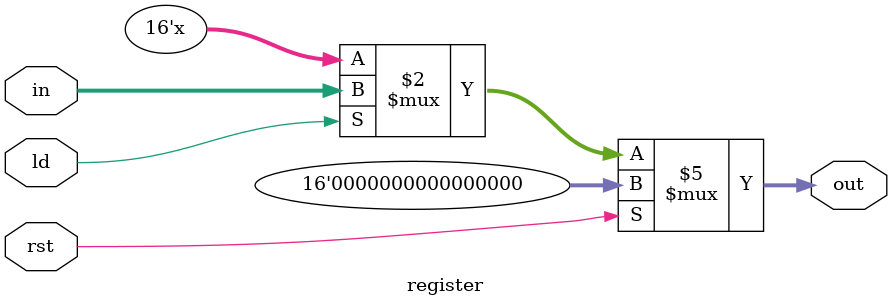
<source format=sv>
`timescale 1ns / 1ps

module register#(parameter M=16)(
    input logic rst,
    input logic [M-1:0] in,
    input logic ld,
    output logic [M-1:0] out
    );
    
    always_comb
    begin
        if(rst)     out <= 16'b0;
        else if(ld) out <= in;
    end
    
endmodule
</source>
